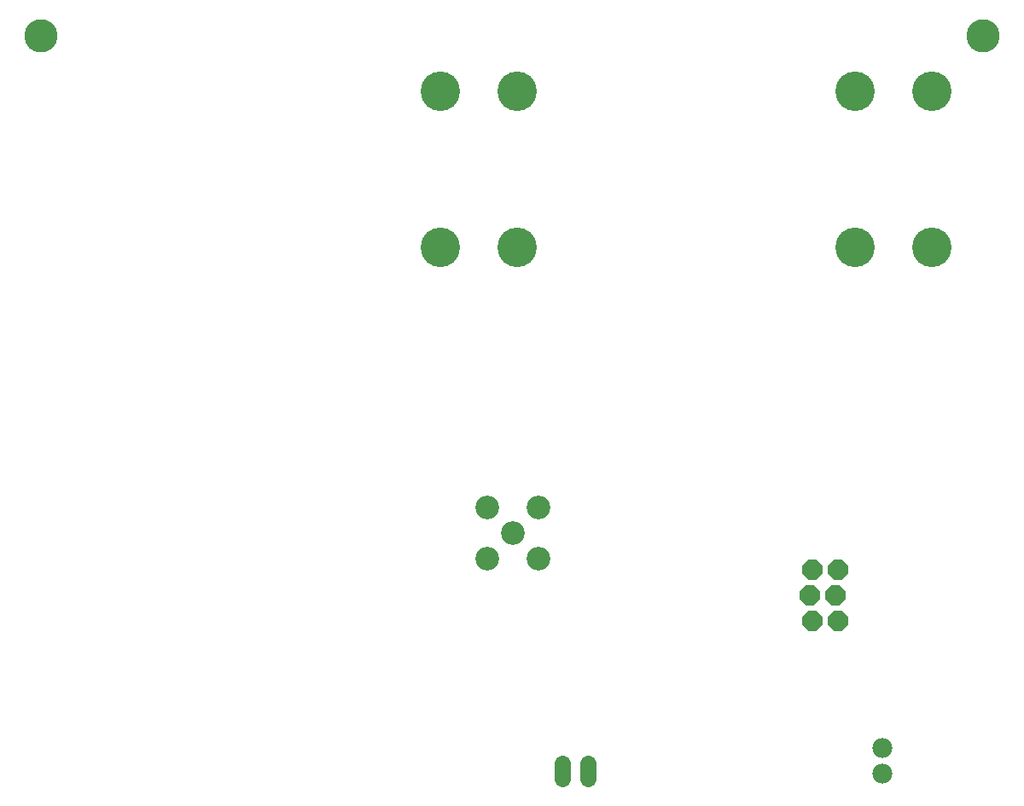
<source format=gbs>
G75*
%MOIN*%
%OFA0B0*%
%FSLAX24Y24*%
%IPPOS*%
%LPD*%
%AMOC8*
5,1,8,0,0,1.08239X$1,22.5*
%
%ADD10C,0.1300*%
%ADD11C,0.0926*%
%ADD12C,0.0640*%
%ADD13C,0.1540*%
%ADD14OC8,0.0780*%
%ADD15C,0.0780*%
D10*
X001558Y031156D03*
X038369Y031156D03*
D11*
X018991Y010700D03*
X019991Y011700D03*
X018991Y012700D03*
X020991Y012700D03*
X020991Y010700D03*
D12*
X021924Y002716D02*
X021924Y002116D01*
X022924Y002116D02*
X022924Y002716D01*
D13*
X020160Y022889D03*
X017168Y022889D03*
X017168Y028991D03*
X020160Y028991D03*
X033349Y028991D03*
X036341Y028991D03*
X036341Y022889D03*
X033349Y022889D03*
D14*
X032676Y010290D03*
X031676Y010290D03*
X031576Y009290D03*
X032576Y009290D03*
X032676Y008290D03*
X031676Y008290D03*
D15*
X034432Y003318D03*
X034432Y002318D03*
M02*

</source>
